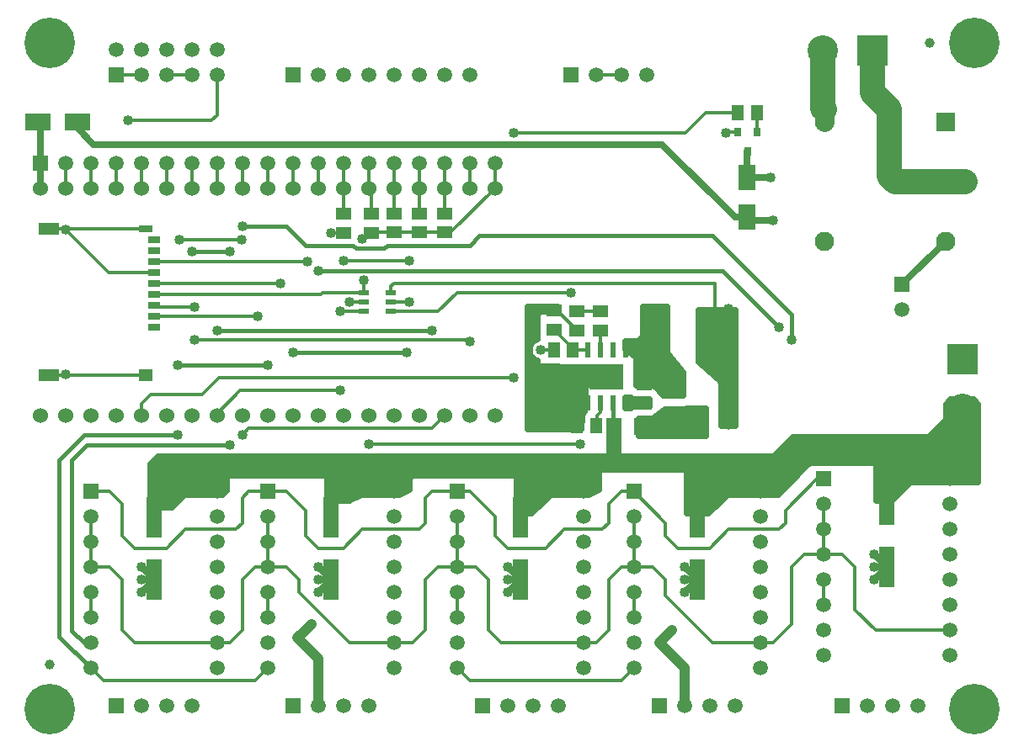
<source format=gbr>
G04 DipTrace 3.3.1.1*
G04 Top.gbr*
%MOIN*%
G04 #@! TF.FileFunction,Copper,L1,Top*
G04 #@! TF.Part,Single*
G04 #@! TA.AperFunction,Conductor*
%ADD14C,0.013*%
%ADD15C,0.016*%
%ADD16C,0.012008*%
%ADD17C,0.012*%
G04 #@! TA.AperFunction,CopperBalancing*
%ADD18C,0.025*%
G04 #@! TA.AperFunction,Conductor*
%ADD19C,0.015*%
%ADD20C,0.1*%
%ADD21C,0.0154*%
G04 #@! TA.AperFunction,ComponentPad*
%ADD22C,0.06*%
G04 #@! TA.AperFunction,ViaPad*
%ADD23C,0.04*%
G04 #@! TA.AperFunction,Conductor*
%ADD24C,0.014*%
%ADD25C,0.076772*%
%ADD27R,0.059055X0.051181*%
%ADD29R,0.062992X0.163386*%
%ADD30R,0.062992X0.070866*%
%ADD32R,0.066929X0.098425*%
%ADD34R,0.098425X0.066929*%
%ADD36C,0.03937*%
G04 #@! TA.AperFunction,ComponentPad*
%ADD37R,0.059055X0.059055*%
%ADD38C,0.059055*%
%ADD39R,0.051181X0.027559*%
%ADD40R,0.07874X0.047244*%
%ADD41R,0.055118X0.047244*%
%ADD42R,0.055118X0.031496*%
G04 #@! TA.AperFunction,ComponentPad*
%ADD43C,0.076772*%
%ADD44R,0.076772X0.076772*%
%ADD45R,0.09252X0.137795*%
G04 #@! TA.AperFunction,ComponentPad*
%ADD46C,0.2*%
%ADD47R,0.031496X0.035433*%
%ADD48R,0.051181X0.059055*%
G04 #@! TA.AperFunction,ComponentPad*
%ADD49R,0.12X0.12*%
%ADD50C,0.12*%
%ADD51R,0.059X0.059*%
%ADD52C,0.059*%
%ADD54R,0.043307X0.023622*%
%ADD56R,0.024016X0.062992*%
%ADD57R,0.138189X0.10315*%
G04 #@! TA.AperFunction,ViaPad*
%ADD59C,0.03*%
%FSLAX26Y26*%
G04*
G70*
G90*
G75*
G01*
G04 Top*
%LPD*%
X693701Y1293701D2*
D14*
Y1193701D1*
Y1093701D1*
X768701D1*
X818701Y1043701D1*
Y843701D1*
X868701Y793701D1*
X1193701D1*
X1243701D1*
X1293701Y843701D1*
Y1043701D1*
X1343701Y1093701D1*
X1393701D1*
Y1193701D1*
Y1293701D1*
Y1093701D2*
X1468701D1*
X1518701Y1043701D1*
Y993701D1*
X1718701Y793701D1*
X1893701D1*
X1968701D1*
X2018701Y843701D1*
Y1043701D1*
X2068701Y1093701D1*
X2143701D1*
Y1193701D1*
Y1293701D1*
Y1093701D2*
X2218701D1*
X2268701Y1043701D1*
Y843701D1*
X2318701Y793701D1*
X2643701D1*
X2693701D1*
X2743701Y843701D1*
Y1043701D1*
X2793701Y1093701D1*
X2843701D1*
Y1193701D1*
Y1293701D1*
Y1093701D2*
X2918701D1*
X2968701Y1043701D1*
Y981201D1*
X3156201Y793701D1*
X3343701D1*
X3393701D1*
X3468701Y868701D1*
Y1093701D1*
X3518701Y1143701D1*
X3593701D1*
Y1243701D1*
Y1343701D1*
Y1143701D2*
X3668701D1*
X3718701Y1093701D1*
Y924950D1*
X3799950Y843701D1*
X4093701D1*
X2293701Y2593701D2*
Y2693701D1*
X1893701Y2418898D2*
X1993701D1*
X2093701D1*
X2118898D1*
X2293701Y2593701D1*
X943677Y2173371D2*
D16*
X1604622D1*
X1612451Y2181201D1*
X1774951D1*
Y2231201D1*
X1768701Y2393701D2*
X1781201D1*
Y2406201D1*
X1793898Y2418898D1*
X1893701D1*
X2528409Y2109255D2*
D17*
X2541409D1*
X2619409Y2031255D1*
X3843701Y1093701D2*
D18*
X3793701Y1143701D1*
X3843701Y1093701D2*
X3793701D1*
X3843701D2*
X3793701Y1043701D1*
X3093701D2*
X3043701Y1093701D1*
X3093701Y1043701D2*
X3043701D1*
X3093701D2*
X3043701Y993701D1*
X2393701Y1043701D2*
X2343701Y1093701D1*
X2393701Y1043701D2*
X2343701D1*
X2393701D2*
X2343701Y993701D1*
X1643701Y1043701D2*
X1593701Y1093701D1*
X1643701Y1043701D2*
X1593701D1*
X1643701D2*
X1593701Y993701D1*
X943701Y1043701D2*
X893701Y1093701D1*
X943701Y1043701D2*
X893701D1*
X943701D2*
X893701Y993701D1*
X993701Y2593701D2*
D14*
Y2693701D1*
X528323Y2433214D2*
D16*
X591688D1*
X593701Y2431201D1*
X1693701Y2418701D2*
X1643701D1*
X1774951Y2143799D2*
X1718799D1*
X1718701Y2143701D1*
X910213Y2433214D2*
D17*
X595714D1*
X593701Y2431201D1*
X943677Y2259986D2*
X764916D1*
X593701Y2431201D1*
X3256398Y2818701D2*
X3212402D1*
X3208661Y2814961D1*
X528323Y1855261D2*
D16*
X592761D1*
X593701Y1856201D1*
X910213Y1855261D2*
D17*
X594640D1*
X593701Y1856201D1*
X693701Y793701D2*
D19*
X666929D1*
X618701Y841929D1*
Y1518701D1*
X678740Y1578740D1*
X1243701D1*
Y2343701D2*
X1093701D1*
Y2693701D2*
D17*
Y2593701D1*
X1393701Y693701D2*
D14*
X1343701Y643701D1*
X743701D1*
X693701Y693701D1*
X1393701Y2593701D2*
Y2693701D1*
Y1893701D2*
D19*
X1039370D1*
Y1618110D2*
X668110D1*
X568701Y1518701D1*
Y818701D1*
X693701Y693701D1*
Y893701D2*
D14*
Y993701D1*
X4156201Y2620571D2*
D20*
X3879331D1*
X3856201Y2643701D1*
Y2906201D1*
X3789764Y2972638D1*
Y3142126D1*
X2760039Y1742529D2*
D21*
Y1655626D1*
X2765215Y1650450D1*
D22*
Y1511811D1*
X3093701D1*
Y1291732D1*
X2631201Y1581201D2*
D17*
X1793701D1*
X2143701Y693701D2*
D14*
X2193701Y643701D1*
X2793701D1*
X2843701Y693701D1*
X1493701Y2593701D2*
Y2693701D1*
X1943701Y1943701D2*
D19*
X1493701D1*
X1593701Y543701D2*
D23*
Y731201D1*
X1512451Y812451D1*
X1538592Y838592D1*
X1568701Y868701D1*
X1538592Y838592D2*
D16*
X1543701Y843701D1*
X1293701Y2593701D2*
D14*
Y2693701D1*
X3468701Y1993701D2*
D15*
Y2093701D1*
X3156201Y2406201D1*
X2231201D1*
X2193701Y2368701D1*
X1868701D1*
X1856201Y2356201D1*
X1743701D1*
X1731201Y2368701D1*
X1543701D1*
X1468701Y2443701D1*
X1293701D1*
X2093701Y2493701D2*
D14*
Y2593701D1*
Y2693701D1*
X1993701Y2493701D2*
Y2593701D1*
Y2693701D1*
X1393701Y893701D2*
Y993701D1*
X1593701Y2593701D2*
Y2693701D1*
X3418701Y2043701D2*
D15*
X3193701Y2268701D1*
X1593701D1*
X1693701Y2593701D2*
D14*
Y2693701D1*
Y2493504D2*
D16*
Y2593701D1*
Y2306201D2*
X1956201D1*
Y2143799D2*
X1881251D1*
Y2106398D2*
D17*
X2068898D1*
X2143701Y2181201D1*
X2593701D1*
X1893701Y2493701D2*
D14*
Y2593701D1*
Y2693701D1*
X893701Y1693701D2*
D17*
Y1740735D1*
X931782Y1778816D1*
X1135853D1*
X1200738Y1843701D1*
X2368701D1*
Y2814878D2*
X3048189D1*
X3127012Y2893701D1*
X3256201D1*
X2193701Y1987451D2*
D16*
X2188093Y1993059D1*
X1104928D1*
Y2124950D2*
X948791D1*
X943677Y2130064D1*
Y2086757D2*
X1356201D1*
X2476409Y1953255D2*
D17*
X2528409D1*
X3292749Y2479274D2*
D18*
Y2468701D1*
X3393701D1*
X1881251Y2181201D2*
D17*
Y2206251D1*
X1893701Y2218701D1*
X3163345D1*
Y2055115D1*
X3906201Y2213386D2*
D18*
X4077461Y2384350D1*
X642379Y2857815D2*
Y2832522D1*
X706201Y2768701D1*
X2956201D1*
X3245627Y2479274D1*
X3292749D1*
X842038Y2862812D2*
D17*
X1173049D1*
X1193701Y2883465D1*
Y3043701D1*
X943677Y2303293D2*
D16*
X1549950D1*
X793701Y3043701D2*
D24*
X893701D1*
X1045822Y2390038D2*
D17*
X1292696D1*
X1774951Y2106398D2*
D16*
X1681201D1*
Y1793701D2*
X1285692D1*
X1193701Y1701710D1*
Y1693701D1*
X2043701Y2031201D2*
D19*
X1193701D1*
Y2693701D2*
D17*
Y2593701D1*
X2843701Y893701D2*
D14*
Y993701D1*
X3043701Y543701D2*
D23*
Y693701D1*
X2943701Y793701D1*
X2973437Y823437D1*
X2993701Y843701D1*
X2973437Y823437D2*
D16*
X2968701Y818701D1*
X2193701Y2593701D2*
D14*
Y2693701D1*
X2143701Y893701D2*
Y993701D1*
X493701Y2593701D2*
D18*
Y2693701D1*
Y2857815D1*
X484899D1*
X993701Y3043701D2*
D24*
X1093701D1*
X1293701Y1618701D2*
D17*
X1318701Y1643701D1*
X2043701D1*
X2093701Y1693701D1*
X3593701Y943701D2*
D14*
Y1043701D1*
X943677Y2216678D2*
D16*
X1443701D1*
X793701Y2593701D2*
D14*
Y2693701D1*
X693701Y2593701D2*
Y2693701D1*
X593701Y2593701D2*
Y2693701D1*
X1793701Y2593701D2*
Y2693701D1*
X1806201Y2493504D2*
D17*
Y2593701D1*
X1793701D1*
X2693701Y3043701D2*
X2793701D1*
X3593701Y1443701D2*
X3568701D1*
X3443701Y1318701D1*
Y1268701D1*
X3418701Y1243701D1*
X3218701D1*
X3143701Y1168701D1*
X3018701D1*
X2968701Y1218701D1*
Y1268701D1*
X2843701Y1393701D1*
X2793701D1*
X2743701Y1343701D1*
Y1268701D1*
X2718701Y1243701D1*
X2568701D1*
X2493701Y1168701D1*
X2343701D1*
X2293701Y1218701D1*
Y1293701D1*
X2193701Y1393701D1*
X2143701D1*
X2043701D1*
X2018701Y1368701D1*
Y1268701D1*
X1993701Y1243701D1*
X1768701D1*
X1693701Y1168701D1*
X1593701D1*
X1543701Y1218701D1*
Y1318701D1*
X1468701Y1393701D1*
X1393701D1*
X1318701D1*
X1293701Y1368701D1*
Y1268701D1*
X1268701Y1243701D1*
X1068701D1*
X993701Y1168701D1*
X868701D1*
X818701Y1218701D1*
Y1343701D1*
X768701Y1393701D1*
X693701D1*
X893701Y2593701D2*
D14*
Y2693701D1*
X3592913Y3142126D2*
D20*
Y2910039D1*
X3597146Y2905807D1*
D25*
Y2856791D1*
X3331201Y2818701D2*
D16*
Y2893504D1*
X3331004Y2893701D1*
X3385827Y2637795D2*
D18*
X3384786Y2636755D1*
X3292749D1*
Y2738911D1*
X3293799Y2739961D1*
X2710039Y1742529D2*
D17*
Y1705885D1*
X2697409Y1693255D1*
Y1657451D1*
X2694213Y1654255D1*
X2710409Y2031255D2*
Y1955497D1*
X2710039Y1955127D1*
X2619409Y2106058D2*
X2710409D1*
X2660039Y1955127D2*
X2605085D1*
X2603213Y1953255D1*
Y1959648D1*
X2528409Y2034451D1*
D23*
X1774951Y2231201D3*
X1768701Y2393701D3*
X1243701Y1578740D3*
Y2343701D3*
X1093701D3*
X1393701Y1893701D3*
X1039370D3*
Y1618110D3*
X2631201Y1581201D3*
X1793701D3*
X1943701Y1943701D3*
X1493701D3*
X1512451Y812451D3*
X3468701Y1993701D3*
X1293701Y2443701D3*
X3418701Y2043701D3*
X1593701Y2268701D3*
X1693701Y2306201D3*
X1956201D3*
Y2143799D3*
X2593701Y2181201D3*
X2368701Y1843701D3*
Y2814878D3*
X2193701Y1987451D3*
X1104928Y1993059D3*
Y2124950D3*
X1356201Y2086757D3*
X3393701Y2468701D3*
D3*
X842038Y2862812D3*
X1549950Y2303293D3*
X1045822Y2390038D3*
X1292696D3*
X1681201Y2106398D3*
Y1793701D3*
X2043701Y2031201D3*
X1193701D3*
X2943701Y793701D3*
X1293701Y1618701D3*
X1443701Y2216678D3*
X3385827Y2637795D3*
X1568701Y868701D3*
X2993701Y843701D3*
D59*
X2775409Y1875255D3*
Y1849255D3*
Y1823255D3*
X2736409Y1875255D3*
Y1849255D3*
Y1823255D3*
X2697409Y1875255D3*
Y1849255D3*
Y1823255D3*
X3126701Y1627701D3*
X3087701D3*
D23*
X2476409Y1953255D3*
X3218701Y2068701D3*
Y1656201D3*
X1593701Y1093701D3*
Y1043701D3*
Y993701D3*
X893701Y1093701D3*
Y1043701D3*
Y993701D3*
X2343701Y1093701D3*
Y1043701D3*
Y993701D3*
X3043701Y1093701D3*
Y1043701D3*
Y993701D3*
X3793701Y1143701D3*
Y1093701D3*
Y1043701D3*
X3218701Y2118701D3*
X593701Y2431201D3*
Y1856201D3*
X3208661Y2814961D3*
X1643701Y2418701D3*
X1718701Y2143701D3*
X1543701Y843701D3*
X2968701Y818701D3*
X3102667Y2084332D2*
D18*
X3241706D1*
X3102630Y2059463D2*
X3241706D1*
X3102594Y2034594D2*
X3241706D1*
X3102559Y2009726D2*
X3241706D1*
X3102522Y1984857D2*
X3241706D1*
X3102522Y1959988D2*
X3241706D1*
X3102487Y1935119D2*
X3241706D1*
X3102451Y1910251D2*
X3241706D1*
X3126924Y1885382D2*
X3241706D1*
X3156098Y1860513D2*
X3241706D1*
X3185272Y1835644D2*
X3241706D1*
X3193705Y1810776D2*
X3241706D1*
X3193705Y1785907D2*
X3241706D1*
X3193705Y1761038D2*
X3241706D1*
X3193705Y1736169D2*
X3241706D1*
X3193705Y1711301D2*
X3241706D1*
X3193705Y1686432D2*
X3241706D1*
X3193705Y1661563D2*
X3241706D1*
X3244177Y2109201D2*
X3100210D1*
X3099940Y1906201D1*
X3188197Y1830829D1*
X3189832Y1828388D1*
X3190852Y1825633D1*
X3191201Y1822711D1*
Y1653219D1*
X3244189Y1653201D1*
X3244201Y2109169D1*
X2883699Y2100072D2*
X2972429D1*
X2883699Y2075203D2*
X2972429D1*
X2883699Y2050335D2*
X2972429D1*
X2883699Y2025466D2*
X2972429D1*
X2877025Y2000597D2*
X2972429D1*
X2814982Y1975728D2*
X2972429D1*
X2822697Y1950860D2*
X2972429D1*
X2857539Y1925991D2*
X2983445D1*
X2858724Y1901122D2*
X3004151D1*
X2858724Y1876253D2*
X3024891D1*
X2858724Y1851385D2*
X3034940D1*
X2858724Y1826516D2*
X3034940D1*
X2937202Y1801647D2*
X3034940D1*
X2962071Y1776778D2*
X3034940D1*
X2974944Y1943747D2*
Y2124962D1*
X2881190Y2124941D1*
X2881052Y2010499D1*
X2880255Y2007671D1*
X2878819Y2005106D1*
X2872546Y1998615D1*
X2863555Y1989843D1*
X2860991Y1988407D1*
X2858163Y1987609D1*
X2847021Y1987455D1*
X2812465D1*
X2812463Y1956428D1*
X2852476Y1927623D1*
X2854314Y1925331D1*
X2855566Y1922672D1*
X2856161Y1919795D1*
X2856209Y1812461D1*
X2920656Y1812323D1*
X2923484Y1811525D1*
X2926049Y1810089D1*
X2934035Y1802319D1*
X2961370Y1774984D1*
X3037403Y1774980D1*
X3037437Y1864199D1*
X2976707Y1937310D1*
X2975509Y1939993D1*
X2974971Y1942886D1*
X2944937Y1694332D2*
X3124705D1*
X2868719Y1669463D2*
X3124705D1*
X2868719Y1644594D2*
X3124705D1*
X2868719Y1619726D2*
X3124705D1*
X2942437Y1697623D2*
Y1689361D1*
X2932785D1*
X2925402Y1683185D1*
X2922752Y1681912D1*
X2919881Y1681293D1*
X2866193Y1680399D1*
X2866201Y1614222D1*
X3127175Y1614201D1*
X3127201Y1719150D1*
X2967096Y1718745D1*
X2942437Y1697619D1*
X2426428Y2097886D2*
X2460720D1*
X2426428Y2073017D2*
X2460003D1*
X2426428Y2048148D2*
X2460003D1*
X2426428Y2023280D2*
X2460003D1*
X2426428Y1998411D2*
X2460003D1*
X2426428Y1923804D2*
X2437954D1*
X2426428Y1898936D2*
X2460039D1*
X2426428Y1874067D2*
X2784970D1*
X2426428Y1849198D2*
X2784970D1*
X2426428Y1824329D2*
X2784970D1*
X2426428Y1799461D2*
X2647462D1*
X2426428Y1774592D2*
X2647462D1*
X2426428Y1749723D2*
X2647462D1*
X2426428Y1724854D2*
X2647462D1*
X2426428Y1699986D2*
X2639639D1*
X2426428Y1675117D2*
X2633970D1*
X2426428Y1650248D2*
X2632067D1*
X2642122Y1699743D2*
Y1710282D1*
X2647398D1*
X2649978Y1721672D1*
X2650131Y1808181D1*
X2650929Y1811009D1*
X2652365Y1813573D1*
X2654360Y1815731D1*
X2656803Y1817364D1*
X2659559Y1818381D1*
X2662478Y1818726D1*
X2787462D1*
X2787463Y1881475D1*
X2473042Y1887619D1*
X2470214Y1888417D1*
X2467650Y1889853D1*
X2465492Y1891848D1*
X2463860Y1894291D1*
X2462843Y1897047D1*
X2462497Y1899966D1*
Y1908902D1*
X2455299Y1911823D1*
X2449077Y1915635D1*
X2443529Y1920374D1*
X2438790Y1925923D1*
X2434978Y1932144D1*
X2432185Y1938886D1*
X2430482Y1945980D1*
X2429909Y1953255D1*
X2430482Y1960529D1*
X2432185Y1967623D1*
X2434978Y1974365D1*
X2438790Y1980587D1*
X2443529Y1986135D1*
X2449077Y1990874D1*
X2455299Y1994686D1*
X2462493Y1997606D1*
X2462651Y2095651D1*
X2463449Y2098479D1*
X2464885Y2101043D1*
X2466879Y2103201D1*
X2469323Y2104833D1*
X2472079Y2105850D1*
X2474997Y2106196D1*
X2543142D1*
X2542449Y2122722D1*
X2423899Y2122755D1*
X2423909Y1640735D1*
X2633856Y1640755D1*
X2637802Y1690314D1*
X2638798Y1693079D1*
X2642121Y1699722D1*
X2814982Y1737610D2*
X2903711D1*
X2832256Y1762479D2*
X2812448D1*
X2812463Y1724992D1*
X2832370Y1725073D1*
X2836361Y1728848D1*
X2838925Y1730283D1*
X2841753Y1731081D1*
X2851207Y1731235D1*
X2906194D1*
X2906201Y1756234D1*
X2841753Y1756383D1*
X2838925Y1757181D1*
X2836361Y1758617D1*
X2832277Y1762483D1*
X4083705Y1731332D2*
X4203689D1*
X4083705Y1706463D2*
X4203689D1*
X4083705Y1681594D2*
X4203689D1*
X4064579Y1656726D2*
X4203689D1*
X4039962Y1631857D2*
X4203689D1*
X3992127Y1606988D2*
X4203689D1*
X3452286Y1582119D2*
X4203689D1*
X3427419Y1557251D2*
X4203689D1*
X3402551Y1532382D2*
X4203689D1*
X940178Y1507513D2*
X4203689D1*
X933719Y1482644D2*
X3512451D1*
X3808688D2*
X4203689D1*
X933719Y1457776D2*
X2703694D1*
X3058709D2*
X3487584D1*
X3808688D2*
X4203689D1*
X933719Y1432907D2*
X1228710D1*
X1633711D2*
X1953715D1*
X2383692D2*
X2703694D1*
X3058709D2*
X3462717D1*
X3808688D2*
X4203689D1*
X933719Y1408038D2*
X1228710D1*
X1633711D2*
X1953715D1*
X2383692D2*
X2703694D1*
X3058709D2*
X3437849D1*
X3808688D2*
X3912848D1*
X933719Y1383169D2*
X1212993D1*
X1633711D2*
X1917185D1*
X2383692D2*
X2667199D1*
X3058709D2*
X3412980D1*
X3808688D2*
X3887980D1*
X933719Y1358301D2*
X1038130D1*
X1633711D2*
X1717453D1*
X2383692D2*
X2488138D1*
X3058709D2*
X3188131D1*
X3808688D2*
X3863112D1*
X933719Y1333432D2*
X1013262D1*
X2383692D2*
X2463270D1*
X3058709D2*
X3163262D1*
X2383692Y1308563D2*
X2438403D1*
X3058709D2*
X3138395D1*
X4206201Y1718736D2*
Y1738497D1*
X4188545Y1756180D1*
X4098882Y1756201D1*
X4081222Y1738545D1*
X4081056Y1679308D1*
X4080274Y1676476D1*
X4078852Y1673906D1*
X4071122Y1665878D1*
X4015009Y1609413D1*
X4012448Y1607974D1*
X4009621Y1607172D1*
X3998479Y1607001D1*
X3473874Y1606209D1*
X3401049Y1533588D1*
X3398484Y1532152D1*
X3395656Y1531354D1*
X3384514Y1531201D1*
X961382D1*
X931207Y1501030D1*
X931201Y1331194D1*
X1013520Y1331201D1*
X1061353Y1378814D1*
X1063917Y1380249D1*
X1066745Y1381047D1*
X1077887Y1381201D1*
X1213497D1*
X1231180Y1398857D1*
X1231354Y1445656D1*
X1232152Y1448484D1*
X1233588Y1451049D1*
X1235583Y1453206D1*
X1238026Y1454839D1*
X1240782Y1455856D1*
X1243701Y1456201D1*
X1620656Y1456047D1*
X1623484Y1455249D1*
X1626049Y1453814D1*
X1628206Y1451819D1*
X1629839Y1449375D1*
X1630856Y1446619D1*
X1631201Y1443701D1*
Y1356180D1*
X1715745Y1356201D1*
X1764839Y1380589D1*
X1767720Y1381163D1*
X1915741Y1381201D1*
X1956215Y1401433D1*
X1956354Y1445656D1*
X1957152Y1448484D1*
X1958588Y1451049D1*
X1960583Y1453206D1*
X1963026Y1454839D1*
X1965782Y1455856D1*
X1968701Y1456201D1*
X2370656Y1456047D1*
X2373484Y1455249D1*
X2376049Y1453814D1*
X2378206Y1451819D1*
X2379839Y1449375D1*
X2380856Y1446619D1*
X2381201Y1443701D1*
Y1306228D1*
X2438496Y1306201D1*
X2511353Y1378814D1*
X2513917Y1380249D1*
X2516745Y1381047D1*
X2527887Y1381201D1*
X2665741D1*
X2706215Y1401433D1*
X2706354Y1470656D1*
X2707152Y1473484D1*
X2708588Y1476049D1*
X2710583Y1478206D1*
X2713026Y1479839D1*
X2715782Y1480856D1*
X2718701Y1481201D1*
X3045656Y1481047D1*
X3048484Y1480249D1*
X3051049Y1478814D1*
X3053206Y1476819D1*
X3054839Y1474375D1*
X3055856Y1471619D1*
X3056201Y1468701D1*
Y1306181D1*
X3138520Y1306201D1*
X3211353Y1378814D1*
X3213917Y1380249D1*
X3216745Y1381047D1*
X3227887Y1381201D1*
X3413524D1*
X3536353Y1503814D1*
X3538917Y1505249D1*
X3541745Y1506047D1*
X3552887Y1506201D1*
X3795656Y1506047D1*
X3798484Y1505249D1*
X3801049Y1503814D1*
X3803206Y1501819D1*
X3804839Y1499375D1*
X3805856Y1496619D1*
X3806201Y1493701D1*
Y1356228D1*
X3863496Y1356201D1*
X3936353Y1428814D1*
X3938917Y1430249D1*
X3941745Y1431047D1*
X3952887Y1431201D1*
X4206194D1*
X4206201Y1718705D1*
D27*
X2886409Y1816255D3*
Y1741451D3*
D29*
X943701Y1043701D3*
Y1291732D3*
X1643701Y1043701D3*
Y1291732D3*
X2393701Y1043701D3*
Y1291732D3*
X3093701Y1043701D3*
Y1291732D3*
X3843701Y1093701D3*
Y1341732D3*
D30*
X2875451Y1650450D3*
X2765215D3*
D27*
X2710409Y2031255D3*
Y2106058D3*
D30*
X3106201Y1693701D3*
X3216437D3*
D32*
X3003409Y1830219D3*
Y1672739D3*
X3292749Y2479274D3*
Y2636755D3*
D34*
X484899Y2857815D3*
X642379D3*
D36*
X531496Y708661D3*
D37*
X1493701Y3043701D3*
D38*
X1593701D3*
X1693701D3*
X1793701D3*
X1893701D3*
X1993701D3*
X2093701D3*
X2193701D3*
D37*
X793701Y543701D3*
D38*
X893701D3*
X993701D3*
X1093701D3*
D37*
X1493701D3*
D38*
X1593701D3*
X1693701D3*
X1793701D3*
D37*
X2243701D3*
D38*
X2343701D3*
X2443701D3*
X2543701D3*
D37*
X2943701D3*
D38*
X3043701D3*
X3143701D3*
X3243701D3*
D37*
X3668701D3*
D38*
X3768701D3*
X3868701D3*
X3968701D3*
D37*
X2593701Y3043701D3*
D38*
X2693701D3*
X2793701D3*
X2893701D3*
D37*
X793701D3*
D38*
Y3143701D3*
X893701Y3043701D3*
Y3143701D3*
X993701Y3043701D3*
Y3143701D3*
X1093701Y3043701D3*
Y3143701D3*
X1193701Y3043701D3*
Y3143701D3*
D37*
X493701Y2693701D3*
D38*
X593701D3*
X693701D3*
X793701D3*
X893701D3*
X993701D3*
X1093701D3*
X1193701D3*
X1293701D3*
X1393701D3*
X1493701D3*
X1593701D3*
X1693701D3*
X1793701D3*
X1893701D3*
X1993701D3*
X2093701D3*
X2193701D3*
X2293701D3*
D37*
X3906201Y2213386D3*
D38*
Y2113386D3*
D39*
X943677Y2043450D3*
Y2086757D3*
Y2130064D3*
Y2173371D3*
Y2216678D3*
Y2259986D3*
Y2303293D3*
Y2346600D3*
Y2389907D3*
D40*
X528323Y1855261D3*
D41*
X910213D3*
D42*
Y2433214D3*
D40*
X528323D3*
D43*
X4156201Y2620571D3*
D44*
X4077461Y2856791D3*
D43*
Y2384350D3*
X3597146Y2856791D3*
Y2384350D3*
D45*
X2925156Y2055115D3*
X3163345D3*
D46*
X531496Y531496D3*
X4192913D3*
Y3169291D3*
X531496D3*
D47*
X3331201Y2818701D3*
X3256398D3*
X3293799Y2739961D3*
D27*
X1693701Y2418701D3*
Y2493504D3*
X1893701Y2493701D3*
Y2418898D3*
X1993701Y2493701D3*
Y2418898D3*
X2093701Y2493701D3*
Y2418898D3*
D48*
X2619409Y1654255D3*
X2694213D3*
D27*
X2619409Y2031255D3*
Y2106058D3*
D48*
X3256201Y2893701D3*
X3331004D3*
D27*
X2528409Y2109255D3*
Y2034451D3*
D48*
Y1953255D3*
X2603213D3*
D27*
X1806201Y2493504D3*
Y2418701D3*
D49*
X4143701Y1918701D3*
D50*
Y1721850D3*
D49*
X3789764Y3142126D3*
D50*
X3592913D3*
D22*
X493701Y2593701D3*
X593701D3*
X693701D3*
X793701D3*
X893701D3*
X993701D3*
X1093701D3*
X1193701D3*
X1293701D3*
X1393701D3*
X1493701D3*
X1593701D3*
X1693701D3*
X1793701D3*
X1893701D3*
X1993701D3*
X2093701D3*
X2193701D3*
X2293701D3*
X493701Y1693701D3*
X593701D3*
X693701D3*
X793701D3*
X893701D3*
X993701D3*
X1093701D3*
X1193701D3*
X1293701D3*
X1393701D3*
X1493701D3*
X1593701D3*
X1693701D3*
X1793701D3*
X1893701D3*
X1993701D3*
X2093701D3*
X2193701D3*
X2293701D3*
D51*
X693701Y1393701D3*
D52*
Y1293701D3*
Y1193701D3*
Y1093701D3*
Y993701D3*
Y893701D3*
Y793701D3*
Y693701D3*
X1193701D3*
Y793701D3*
Y893701D3*
Y993701D3*
Y1093701D3*
Y1193701D3*
Y1293701D3*
Y1393701D3*
D51*
X1393701D3*
D52*
Y1293701D3*
Y1193701D3*
Y1093701D3*
Y993701D3*
Y893701D3*
Y793701D3*
Y693701D3*
X1893701D3*
Y793701D3*
Y893701D3*
Y993701D3*
Y1093701D3*
Y1193701D3*
Y1293701D3*
Y1393701D3*
D51*
X2143701D3*
D52*
Y1293701D3*
Y1193701D3*
Y1093701D3*
Y993701D3*
Y893701D3*
Y793701D3*
Y693701D3*
X2643701D3*
Y793701D3*
Y893701D3*
Y993701D3*
Y1093701D3*
Y1193701D3*
Y1293701D3*
Y1393701D3*
D51*
X2843701D3*
D52*
Y1293701D3*
Y1193701D3*
Y1093701D3*
Y993701D3*
Y893701D3*
Y793701D3*
Y693701D3*
X3343701D3*
Y793701D3*
Y893701D3*
Y993701D3*
Y1093701D3*
Y1193701D3*
Y1293701D3*
Y1393701D3*
D51*
X3593701Y1443701D3*
D52*
Y1343701D3*
Y1243701D3*
Y1143701D3*
Y1043701D3*
Y943701D3*
Y843701D3*
Y743701D3*
X4093701D3*
Y843701D3*
Y943701D3*
Y1043701D3*
Y1143701D3*
Y1243701D3*
Y1343701D3*
Y1443701D3*
D54*
X1774951Y2181201D3*
Y2143799D3*
Y2106398D3*
X1881251D3*
Y2143799D3*
Y2181201D3*
D56*
X2810039Y1955127D3*
X2760039D3*
X2710039D3*
X2660039D3*
Y1742529D3*
X2710039D3*
X2760039D3*
X2810039D3*
D57*
X2735039Y1848828D3*
D36*
X4015748Y3169291D3*
M02*

</source>
